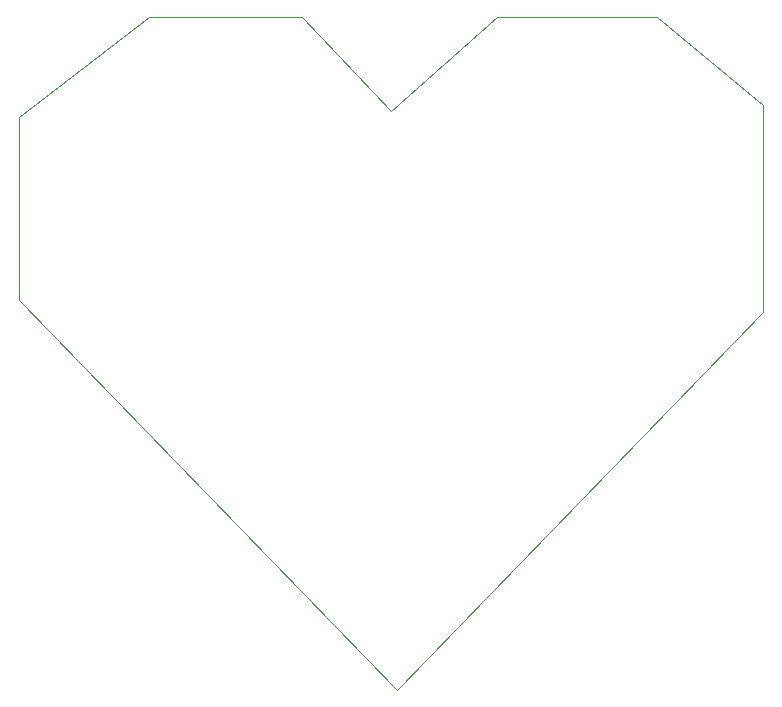
<source format=gbr>
%TF.GenerationSoftware,KiCad,Pcbnew,9.0.6*%
%TF.CreationDate,2025-11-30T08:55:57-05:00*%
%TF.ProjectId,project-solder,70726f6a-6563-4742-9d73-6f6c6465722e,rev?*%
%TF.SameCoordinates,Original*%
%TF.FileFunction,Profile,NP*%
%FSLAX46Y46*%
G04 Gerber Fmt 4.6, Leading zero omitted, Abs format (unit mm)*
G04 Created by KiCad (PCBNEW 9.0.6) date 2025-11-30 08:55:57*
%MOMM*%
%LPD*%
G01*
G04 APERTURE LIST*
%TA.AperFunction,Profile*%
%ADD10C,0.050000*%
%TD*%
G04 APERTURE END LIST*
D10*
X115500000Y-81000000D02*
X124500000Y-73000000D01*
X108000000Y-73000000D02*
X115500000Y-81000000D01*
X95000000Y-73000000D02*
X108000000Y-73000000D01*
X116000000Y-130000000D02*
X84000000Y-97000000D01*
X124500000Y-73000000D02*
X138000000Y-73000000D01*
X84000000Y-97000000D02*
X84000000Y-81500000D01*
X84000000Y-81500000D02*
X95000000Y-73000000D01*
X138000000Y-73000000D02*
X147000000Y-80500000D01*
X147000000Y-80500000D02*
X147000000Y-98000000D01*
X147000000Y-98000000D02*
X116000000Y-130000000D01*
M02*

</source>
